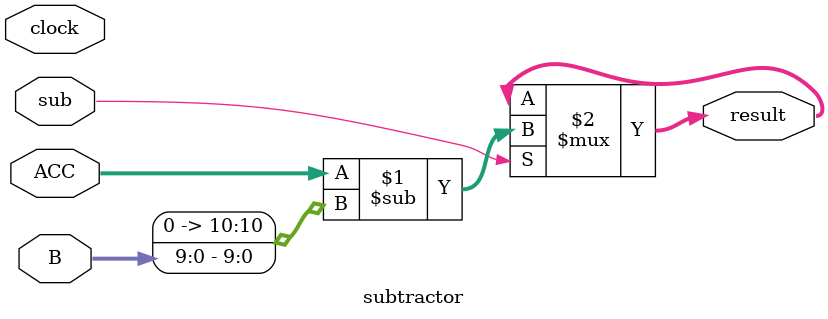
<source format=v>
`timescale 1ns/1ns
module subtractor(clock, sub, ACC, B, result);

input            clock;
input            sub;
input      [10:0]  ACC;
input      [9:0] B;
output reg [10:0] result;

assign result = (sub) ? (ACC - {1'b0, B}) : result;

endmodule

</source>
